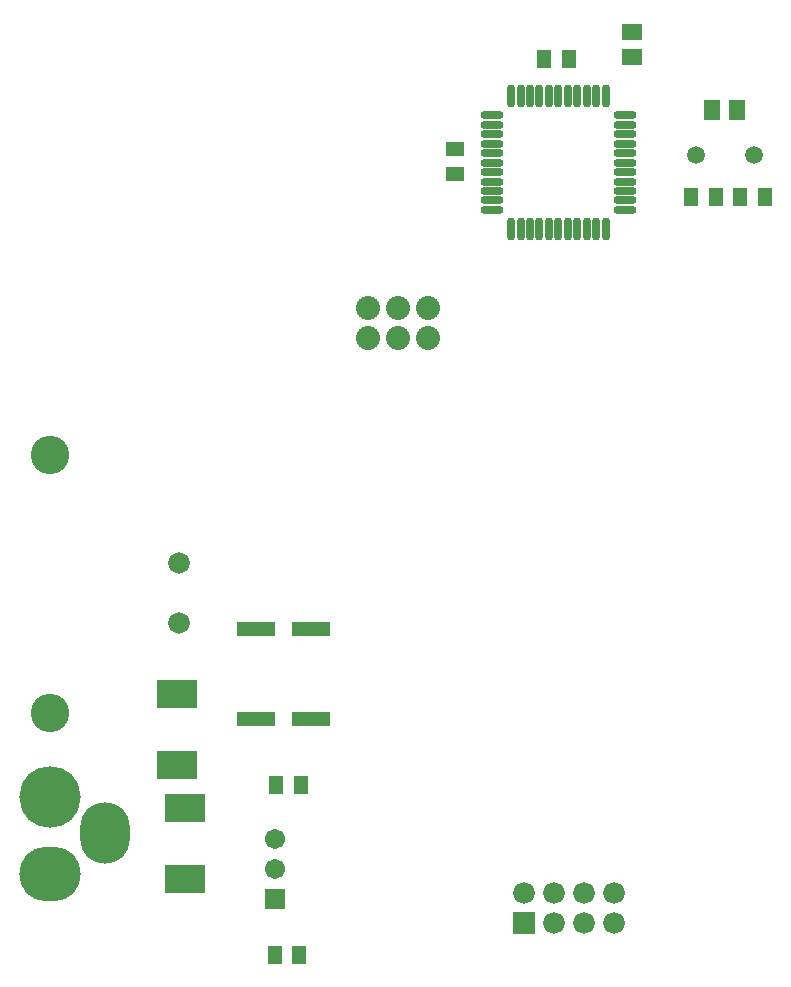
<source format=gts>
G04*
G04 #@! TF.GenerationSoftware,Altium Limited,Altium Designer,19.1.8 (144)*
G04*
G04 Layer_Color=8388736*
%FSLAX25Y25*%
%MOIN*%
G70*
G01*
G75*
%ADD26R,0.13780X0.09252*%
%ADD29R,0.12611X0.04737*%
%ADD30R,0.05721X0.06706*%
%ADD31R,0.06706X0.05721*%
%ADD32R,0.04800X0.05900*%
%ADD33R,0.05900X0.04800*%
%ADD34O,0.02965X0.07690*%
%ADD35O,0.07690X0.02965*%
%ADD36O,0.07200X0.07300*%
%ADD37R,0.07200X0.07300*%
%ADD38C,0.08000*%
%ADD39C,0.05950*%
%ADD40R,0.06737X0.06737*%
%ADD41C,0.06737*%
%ADD42O,0.20485X0.18300*%
%ADD43O,0.16548X0.20485*%
%ADD44C,0.20485*%
%ADD45C,0.12800*%
%ADD46C,0.07200*%
D26*
X75000Y37591D02*
D03*
Y61409D02*
D03*
X72500Y75590D02*
D03*
Y99410D02*
D03*
D29*
X117000Y91000D02*
D03*
X98890D02*
D03*
X117055Y121000D02*
D03*
X98945D02*
D03*
D30*
X259244Y294000D02*
D03*
X250976D02*
D03*
D31*
X224110Y320134D02*
D03*
Y311866D02*
D03*
D32*
X260110Y265000D02*
D03*
X268410D02*
D03*
X194810Y311000D02*
D03*
X203110D02*
D03*
X252110Y265000D02*
D03*
X243810D02*
D03*
X113800Y69000D02*
D03*
X105500D02*
D03*
X113300Y12500D02*
D03*
X105000D02*
D03*
D33*
X165110Y272700D02*
D03*
Y281000D02*
D03*
D34*
X215358Y254256D02*
D03*
X212209D02*
D03*
X209059D02*
D03*
X205909D02*
D03*
X202760D02*
D03*
X199610D02*
D03*
X196461D02*
D03*
X193311D02*
D03*
X190161D02*
D03*
X187012D02*
D03*
X183862D02*
D03*
Y298744D02*
D03*
X187012D02*
D03*
X190161D02*
D03*
X193311D02*
D03*
X196461D02*
D03*
X199610D02*
D03*
X202760D02*
D03*
X205909D02*
D03*
X209059D02*
D03*
X212209D02*
D03*
X215358D02*
D03*
D35*
X177366Y260752D02*
D03*
Y263902D02*
D03*
Y267051D02*
D03*
Y270201D02*
D03*
Y273350D02*
D03*
Y276500D02*
D03*
Y279650D02*
D03*
Y282799D02*
D03*
Y285949D02*
D03*
Y289098D02*
D03*
Y292248D02*
D03*
X221854D02*
D03*
Y289098D02*
D03*
Y285949D02*
D03*
Y282799D02*
D03*
Y279650D02*
D03*
Y276500D02*
D03*
Y273350D02*
D03*
Y270201D02*
D03*
Y267051D02*
D03*
Y263902D02*
D03*
Y260752D02*
D03*
D36*
X218000Y33000D02*
D03*
X208000D02*
D03*
X198000D02*
D03*
X188000D02*
D03*
X218000Y23000D02*
D03*
X208000D02*
D03*
X198000D02*
D03*
D37*
X188000D02*
D03*
D38*
X136110Y218000D02*
D03*
Y228000D02*
D03*
X146110Y218000D02*
D03*
Y228000D02*
D03*
X156110Y218000D02*
D03*
Y228000D02*
D03*
D39*
X245504Y279000D02*
D03*
X264717D02*
D03*
D40*
X105000Y31000D02*
D03*
D41*
Y41000D02*
D03*
Y51000D02*
D03*
D42*
X30000Y39409D02*
D03*
D43*
X48504Y53189D02*
D03*
D44*
X30000Y65000D02*
D03*
D45*
Y93000D02*
D03*
Y179000D02*
D03*
D46*
X73000Y123000D02*
D03*
Y143000D02*
D03*
M02*

</source>
